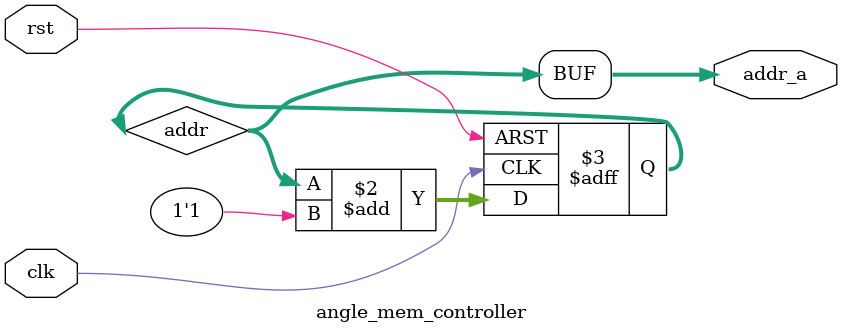
<source format=v>
/**************************************

***********************************/

module angle_mem_controller
(
input clk,
input rst,
output [13:0] addr_a
);


// Quartus Prime Verilog Template
// Binary counter

reg [11:0] count;

reg send_a;
reg [13:0] addr;
	// rst if needed, or increment if counting is enabled
/*	
always @ (posedge clk or posedge rst)
begin
	if (rst) begin
		count <= 0;
		send_a<= 0;
	end
	else if (count == 12'h1F4) begin
		count <= 0;
		send_a <= 1; // signal to send one bond term
	end
	else if (count != 12'h1F4) begin
		count <= count + 1;
		send_a <= 0;
	end
end
*/
always @ (posedge rst or posedge clk)//send_a) 
begin
	if (rst) begin
		addr <= 14'b0;
	end
	//else if (send_a) begin
	else begin	
		addr <= addr + 1'b1;
	end 
end 

assign addr_a = addr;

endmodule
</source>
